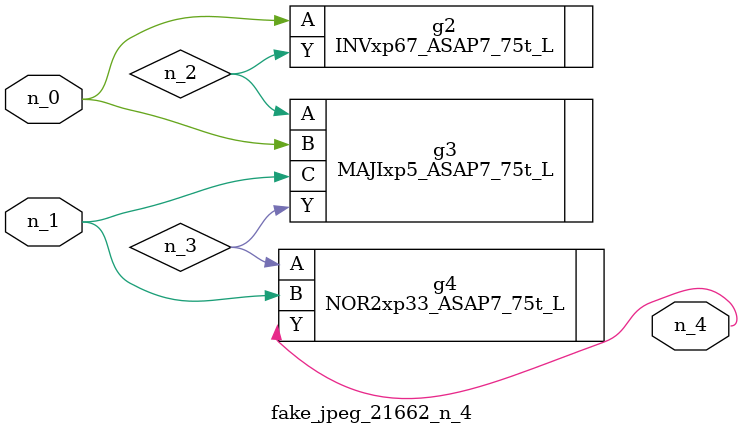
<source format=v>
module fake_jpeg_21662_n_4 (n_0, n_1, n_4);

input n_0;
input n_1;

output n_4;

wire n_2;
wire n_3;

INVxp67_ASAP7_75t_L g2 ( 
.A(n_0),
.Y(n_2)
);

MAJIxp5_ASAP7_75t_L g3 ( 
.A(n_2),
.B(n_0),
.C(n_1),
.Y(n_3)
);

NOR2xp33_ASAP7_75t_L g4 ( 
.A(n_3),
.B(n_1),
.Y(n_4)
);


endmodule
</source>
